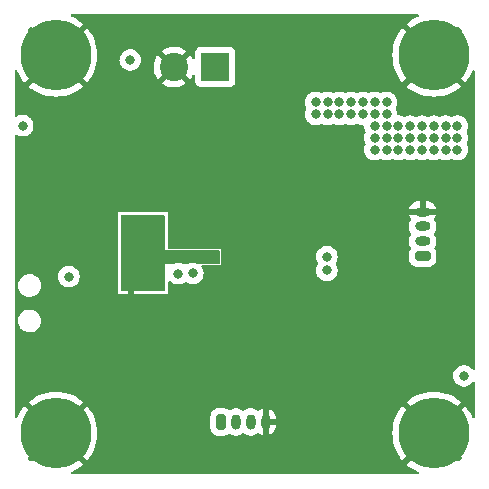
<source format=gbr>
%TF.GenerationSoftware,KiCad,Pcbnew,(6.0.0-rc1-124-g18b4ebcc17)*%
%TF.CreationDate,2021-11-25T20:10:52+05:30*%
%TF.ProjectId,Europa,4575726f-7061-42e6-9b69-6361645f7063,rev?*%
%TF.SameCoordinates,Original*%
%TF.FileFunction,Copper,L2,Inr*%
%TF.FilePolarity,Positive*%
%FSLAX46Y46*%
G04 Gerber Fmt 4.6, Leading zero omitted, Abs format (unit mm)*
G04 Created by KiCad (PCBNEW (6.0.0-rc1-124-g18b4ebcc17)) date 2021-11-25 20:10:52*
%MOMM*%
%LPD*%
G01*
G04 APERTURE LIST*
G04 Aperture macros list*
%AMRoundRect*
0 Rectangle with rounded corners*
0 $1 Rounding radius*
0 $2 $3 $4 $5 $6 $7 $8 $9 X,Y pos of 4 corners*
0 Add a 4 corners polygon primitive as box body*
4,1,4,$2,$3,$4,$5,$6,$7,$8,$9,$2,$3,0*
0 Add four circle primitives for the rounded corners*
1,1,$1+$1,$2,$3*
1,1,$1+$1,$4,$5*
1,1,$1+$1,$6,$7*
1,1,$1+$1,$8,$9*
0 Add four rect primitives between the rounded corners*
20,1,$1+$1,$2,$3,$4,$5,0*
20,1,$1+$1,$4,$5,$6,$7,0*
20,1,$1+$1,$6,$7,$8,$9,0*
20,1,$1+$1,$8,$9,$2,$3,0*%
G04 Aperture macros list end*
%TA.AperFunction,ComponentPad*%
%ADD10C,0.800000*%
%TD*%
%TA.AperFunction,ComponentPad*%
%ADD11C,6.000000*%
%TD*%
%TA.AperFunction,ComponentPad*%
%ADD12RoundRect,0.200000X-0.200000X-0.450000X0.200000X-0.450000X0.200000X0.450000X-0.200000X0.450000X0*%
%TD*%
%TA.AperFunction,ComponentPad*%
%ADD13O,0.800000X1.300000*%
%TD*%
%TA.AperFunction,ComponentPad*%
%ADD14R,2.400000X2.400000*%
%TD*%
%TA.AperFunction,ComponentPad*%
%ADD15C,2.400000*%
%TD*%
%TA.AperFunction,ComponentPad*%
%ADD16RoundRect,0.200000X0.450000X-0.200000X0.450000X0.200000X-0.450000X0.200000X-0.450000X-0.200000X0*%
%TD*%
%TA.AperFunction,ComponentPad*%
%ADD17O,1.300000X0.800000*%
%TD*%
%TA.AperFunction,ViaPad*%
%ADD18C,0.800000*%
%TD*%
%TA.AperFunction,Conductor*%
%ADD19C,0.500000*%
%TD*%
G04 APERTURE END LIST*
D10*
%TO.N,GND*%
%TO.C,H1*%
X36250000Y-34000000D03*
X31750000Y-34000000D03*
X35590990Y-32409010D03*
X35590990Y-35590990D03*
X32409010Y-32409010D03*
X32409010Y-35590990D03*
X34000000Y-36250000D03*
D11*
X34000000Y-34000000D03*
D10*
X34000000Y-31750000D03*
%TD*%
%TO.N,GND*%
%TO.C,H2*%
X35590990Y-67590990D03*
X31750000Y-66000000D03*
X32409010Y-64409010D03*
D11*
X34000000Y-66000000D03*
D10*
X32409010Y-67590990D03*
X34000000Y-63750000D03*
X36250000Y-66000000D03*
X35590990Y-64409010D03*
X34000000Y-68250000D03*
%TD*%
%TO.N,GND*%
%TO.C,H3*%
X66000000Y-63750000D03*
X67590990Y-64409010D03*
X68250000Y-66000000D03*
X63750000Y-66000000D03*
X67590990Y-67590990D03*
X64409010Y-67590990D03*
X66000000Y-68250000D03*
X64409010Y-64409010D03*
D11*
X66000000Y-66000000D03*
%TD*%
D10*
%TO.N,GND*%
%TO.C,H4*%
X67590990Y-32409010D03*
X67590990Y-35590990D03*
X66000000Y-31750000D03*
X64409010Y-35590990D03*
X66000000Y-36250000D03*
X64409010Y-32409010D03*
X63750000Y-34000000D03*
D11*
X66000000Y-34000000D03*
D10*
X68250000Y-34000000D03*
%TD*%
D12*
%TO.N,+3V3*%
%TO.C,J4*%
X48000000Y-65050000D03*
D13*
%TO.N,USART1_RX*%
X49250000Y-65050000D03*
%TO.N,USART1_TX*%
X50500000Y-65050000D03*
%TO.N,GND*%
X51750000Y-65050000D03*
%TD*%
D14*
%TO.N,Net-(F1-Pad2)*%
%TO.C,J1*%
X47500000Y-35000000D03*
D15*
%TO.N,GND*%
X44000000Y-35000000D03*
%TD*%
D16*
%TO.N,+3V3*%
%TO.C,J2*%
X65050000Y-51000000D03*
D17*
%TO.N,I2C1_SCL*%
X65050000Y-49750000D03*
%TO.N,I2C1_SDA*%
X65050000Y-48500000D03*
%TO.N,GND*%
X65050000Y-47250000D03*
%TD*%
D18*
%TO.N,+3V3*%
X40300000Y-34400000D03*
X45600000Y-52475000D03*
X44350000Y-52500000D03*
X56950000Y-52225000D03*
X56950000Y-51050000D03*
X35100000Y-52750000D03*
X31190000Y-39960000D03*
X68550000Y-61150000D03*
X61000000Y-41000000D03*
X67000000Y-42000000D03*
X68000000Y-42000000D03*
X61000000Y-39000000D03*
X66000000Y-42000000D03*
X56000000Y-39000000D03*
X62000000Y-38000000D03*
X63000000Y-41000000D03*
X59000000Y-39000000D03*
X59000000Y-38000000D03*
X60000000Y-39000000D03*
X63000000Y-42000000D03*
X65000000Y-40000000D03*
X61000000Y-40000000D03*
X60000000Y-38000000D03*
X62000000Y-40000000D03*
X57000000Y-38000000D03*
X61000000Y-38000000D03*
X56000000Y-38000000D03*
X64000000Y-42000000D03*
X66000000Y-41000000D03*
X68000000Y-40000000D03*
X63000000Y-40000000D03*
X67000000Y-41000000D03*
X57000000Y-39000000D03*
X65000000Y-41000000D03*
X62000000Y-39000000D03*
X64000000Y-40000000D03*
X68000000Y-41000000D03*
X65000000Y-42000000D03*
X61000000Y-42000000D03*
X67000000Y-40000000D03*
X58000000Y-39000000D03*
X62000000Y-41000000D03*
X64000000Y-41000000D03*
X62000000Y-42000000D03*
X66000000Y-40000000D03*
X58000000Y-38000000D03*
%TO.N,GND*%
X40400000Y-53350000D03*
X56950000Y-53775000D03*
X43175000Y-55225000D03*
X44350000Y-56375000D03*
X60000000Y-55000000D03*
X62500000Y-55000000D03*
X65000000Y-55000000D03*
X67500000Y-55000000D03*
X62500000Y-52500000D03*
X60000000Y-52500000D03*
X35050000Y-57250000D03*
X31190000Y-45040000D03*
X31200000Y-42500000D03*
X31200000Y-41225000D03*
X37500000Y-60000000D03*
X55000000Y-67500000D03*
X40000000Y-37500000D03*
X57500000Y-45000000D03*
X62500000Y-62500000D03*
X42500000Y-60000000D03*
X35000000Y-50000000D03*
X32500000Y-47500000D03*
X40000000Y-60000000D03*
X35000000Y-60000000D03*
X47500000Y-60000000D03*
X60000000Y-65000000D03*
X60000000Y-47500000D03*
X42500000Y-65000000D03*
X57500000Y-67500000D03*
X57500000Y-65000000D03*
X45000000Y-67500000D03*
X50000000Y-47500000D03*
X42500000Y-57500000D03*
X37500000Y-37500000D03*
X40000000Y-62500000D03*
X60000000Y-45000000D03*
X42500000Y-62500000D03*
X40000000Y-65000000D03*
X40000000Y-57500000D03*
X42500000Y-48050000D03*
X55775000Y-54925000D03*
X57500000Y-62500000D03*
X55000000Y-62500000D03*
X32500000Y-60000000D03*
X37500000Y-57500000D03*
X62500000Y-45000000D03*
X60000000Y-62500000D03*
X57500000Y-47500000D03*
X42500000Y-67500000D03*
X37500000Y-62500000D03*
X60000000Y-67500000D03*
X50000000Y-45000000D03*
X45000000Y-47500000D03*
X52500000Y-62500000D03*
X42500000Y-40000000D03*
X55000000Y-65000000D03*
%TD*%
D19*
%TO.N,GND*%
X40400000Y-53350000D02*
X40400000Y-54420000D01*
%TD*%
%TA.AperFunction,Conductor*%
%TO.N,GND*%
G36*
X64696436Y-30528002D02*
G01*
X64742929Y-30581658D01*
X64753033Y-30651932D01*
X64723539Y-30716512D01*
X64673469Y-30751631D01*
X64574292Y-30789701D01*
X64568275Y-30792380D01*
X64246532Y-30956317D01*
X64240823Y-30959613D01*
X63937984Y-31156279D01*
X63932662Y-31160146D01*
X63718366Y-31333678D01*
X63709900Y-31345933D01*
X63716234Y-31357024D01*
X68642110Y-36282900D01*
X68655186Y-36290040D01*
X68665554Y-36282582D01*
X68839854Y-36067338D01*
X68843721Y-36062016D01*
X69040387Y-35759177D01*
X69043683Y-35753468D01*
X69207620Y-35431725D01*
X69210299Y-35425708D01*
X69248369Y-35326531D01*
X69291455Y-35270103D01*
X69358208Y-35245926D01*
X69427435Y-35261677D01*
X69477157Y-35312355D01*
X69492000Y-35371685D01*
X69492000Y-60510225D01*
X69471998Y-60578346D01*
X69418342Y-60624839D01*
X69348068Y-60634943D01*
X69283488Y-60605449D01*
X69272369Y-60594541D01*
X69161253Y-60471134D01*
X69006752Y-60358882D01*
X69000724Y-60356198D01*
X69000722Y-60356197D01*
X68838319Y-60283891D01*
X68838318Y-60283891D01*
X68832288Y-60281206D01*
X68738888Y-60261353D01*
X68651944Y-60242872D01*
X68651939Y-60242872D01*
X68645487Y-60241500D01*
X68454513Y-60241500D01*
X68448061Y-60242872D01*
X68448056Y-60242872D01*
X68361112Y-60261353D01*
X68267712Y-60281206D01*
X68261682Y-60283891D01*
X68261681Y-60283891D01*
X68099278Y-60356197D01*
X68099276Y-60356198D01*
X68093248Y-60358882D01*
X67938747Y-60471134D01*
X67810960Y-60613056D01*
X67715473Y-60778444D01*
X67656458Y-60960072D01*
X67636496Y-61150000D01*
X67656458Y-61339928D01*
X67715473Y-61521556D01*
X67810960Y-61686944D01*
X67938747Y-61828866D01*
X68093248Y-61941118D01*
X68099276Y-61943802D01*
X68099278Y-61943803D01*
X68261681Y-62016109D01*
X68267712Y-62018794D01*
X68361112Y-62038647D01*
X68448056Y-62057128D01*
X68448061Y-62057128D01*
X68454513Y-62058500D01*
X68645487Y-62058500D01*
X68651939Y-62057128D01*
X68651944Y-62057128D01*
X68738888Y-62038647D01*
X68832288Y-62018794D01*
X68838319Y-62016109D01*
X69000722Y-61943803D01*
X69000724Y-61943802D01*
X69006752Y-61941118D01*
X69161253Y-61828866D01*
X69272365Y-61705463D01*
X69332810Y-61668225D01*
X69403794Y-61669577D01*
X69462778Y-61709091D01*
X69491036Y-61774221D01*
X69492000Y-61789775D01*
X69492000Y-64628315D01*
X69471998Y-64696436D01*
X69418342Y-64742929D01*
X69348068Y-64753033D01*
X69283488Y-64723539D01*
X69248369Y-64673469D01*
X69210299Y-64574292D01*
X69207620Y-64568275D01*
X69043683Y-64246532D01*
X69040387Y-64240823D01*
X68843721Y-63937984D01*
X68839854Y-63932662D01*
X68666322Y-63718366D01*
X68654067Y-63709900D01*
X68642976Y-63716234D01*
X63717100Y-68642110D01*
X63709960Y-68655186D01*
X63717418Y-68665554D01*
X63932662Y-68839854D01*
X63937984Y-68843721D01*
X64240823Y-69040387D01*
X64246532Y-69043683D01*
X64568275Y-69207620D01*
X64574292Y-69210299D01*
X64673469Y-69248369D01*
X64729897Y-69291455D01*
X64754074Y-69358208D01*
X64738323Y-69427435D01*
X64687645Y-69477157D01*
X64628315Y-69492000D01*
X35371685Y-69492000D01*
X35303564Y-69471998D01*
X35257071Y-69418342D01*
X35246967Y-69348068D01*
X35276461Y-69283488D01*
X35326531Y-69248369D01*
X35425708Y-69210299D01*
X35431725Y-69207620D01*
X35753468Y-69043683D01*
X35759177Y-69040387D01*
X36062016Y-68843721D01*
X36067338Y-68839854D01*
X36281634Y-68666322D01*
X36290100Y-68654067D01*
X36283766Y-68642976D01*
X33641922Y-66001132D01*
X34364408Y-66001132D01*
X34364539Y-66002965D01*
X34368790Y-66009580D01*
X36642110Y-68282900D01*
X36655186Y-68290040D01*
X36665554Y-68282582D01*
X36839854Y-68067338D01*
X36843721Y-68062016D01*
X37040387Y-67759177D01*
X37043683Y-67753468D01*
X37207620Y-67431725D01*
X37210296Y-67425714D01*
X37339700Y-67088605D01*
X37341740Y-67082328D01*
X37435198Y-66733537D01*
X37436567Y-66727099D01*
X37493055Y-66370440D01*
X37493743Y-66363896D01*
X37512641Y-66003301D01*
X37512641Y-65996699D01*
X37493743Y-65636104D01*
X37493055Y-65629560D01*
X37436567Y-65272901D01*
X37435198Y-65266463D01*
X37341740Y-64917672D01*
X37339700Y-64911395D01*
X37210296Y-64574286D01*
X37207620Y-64568275D01*
X37194928Y-64543365D01*
X47091500Y-64543365D01*
X47091501Y-65556634D01*
X47098247Y-65630062D01*
X47100246Y-65636440D01*
X47100246Y-65636441D01*
X47111251Y-65671556D01*
X47149528Y-65793699D01*
X47238361Y-65940381D01*
X47359619Y-66061639D01*
X47506301Y-66150472D01*
X47513548Y-66152743D01*
X47513550Y-66152744D01*
X47556198Y-66166109D01*
X47669938Y-66201753D01*
X47743365Y-66208500D01*
X47746263Y-66208500D01*
X48000665Y-66208499D01*
X48256634Y-66208499D01*
X48259492Y-66208236D01*
X48259501Y-66208236D01*
X48295004Y-66204974D01*
X48330062Y-66201753D01*
X48336447Y-66199752D01*
X48486450Y-66152744D01*
X48486452Y-66152743D01*
X48493699Y-66150472D01*
X48630018Y-66067915D01*
X48698648Y-66049736D01*
X48769350Y-66073755D01*
X48787308Y-66086802D01*
X48793248Y-66091118D01*
X48799276Y-66093802D01*
X48799278Y-66093803D01*
X48946844Y-66159503D01*
X48967712Y-66168794D01*
X49061113Y-66188647D01*
X49148056Y-66207128D01*
X49148061Y-66207128D01*
X49154513Y-66208500D01*
X49345487Y-66208500D01*
X49351939Y-66207128D01*
X49351944Y-66207128D01*
X49438887Y-66188647D01*
X49532288Y-66168794D01*
X49553156Y-66159503D01*
X49700722Y-66093803D01*
X49700724Y-66093802D01*
X49706752Y-66091118D01*
X49712693Y-66086802D01*
X49800939Y-66022687D01*
X49867807Y-65998828D01*
X49936958Y-66014909D01*
X49949061Y-66022687D01*
X50037308Y-66086802D01*
X50043248Y-66091118D01*
X50049276Y-66093802D01*
X50049278Y-66093803D01*
X50196844Y-66159503D01*
X50217712Y-66168794D01*
X50311113Y-66188647D01*
X50398056Y-66207128D01*
X50398061Y-66207128D01*
X50404513Y-66208500D01*
X50595487Y-66208500D01*
X50601939Y-66207128D01*
X50601944Y-66207128D01*
X50688887Y-66188647D01*
X50782288Y-66168794D01*
X50803156Y-66159503D01*
X50950722Y-66093803D01*
X50950724Y-66093802D01*
X50956752Y-66091118D01*
X51051366Y-66022377D01*
X51118230Y-65998520D01*
X51187382Y-66014600D01*
X51199485Y-66022378D01*
X51288157Y-66086802D01*
X51299529Y-66093368D01*
X51461839Y-66165633D01*
X51474325Y-66169690D01*
X51478278Y-66170530D01*
X51492341Y-66169457D01*
X51496000Y-66159503D01*
X51496000Y-66156182D01*
X52004000Y-66156182D01*
X52007973Y-66169713D01*
X52018468Y-66171222D01*
X52025675Y-66169690D01*
X52038161Y-66165633D01*
X52200471Y-66093368D01*
X52211843Y-66086802D01*
X52326773Y-66003301D01*
X62487359Y-66003301D01*
X62506257Y-66363896D01*
X62506945Y-66370440D01*
X62563433Y-66727099D01*
X62564802Y-66733537D01*
X62658260Y-67082328D01*
X62660300Y-67088605D01*
X62789704Y-67425714D01*
X62792380Y-67431725D01*
X62956317Y-67753468D01*
X62959613Y-67759177D01*
X63156279Y-68062016D01*
X63160146Y-68067338D01*
X63333678Y-68281634D01*
X63345933Y-68290100D01*
X63357024Y-68283766D01*
X65627978Y-66012812D01*
X65635592Y-65998868D01*
X65635461Y-65997035D01*
X65631210Y-65990420D01*
X63357890Y-63717100D01*
X63344814Y-63709960D01*
X63334446Y-63717418D01*
X63160146Y-63932662D01*
X63156279Y-63937984D01*
X62959613Y-64240823D01*
X62956317Y-64246532D01*
X62792380Y-64568275D01*
X62789704Y-64574286D01*
X62660300Y-64911395D01*
X62658260Y-64917672D01*
X62564802Y-65266463D01*
X62563433Y-65272901D01*
X62506945Y-65629560D01*
X62506257Y-65636104D01*
X62487359Y-65996699D01*
X62487359Y-66003301D01*
X52326773Y-66003301D01*
X52355574Y-65982376D01*
X52365337Y-65973585D01*
X52484214Y-65841558D01*
X52491938Y-65830927D01*
X52580765Y-65677074D01*
X52586111Y-65665066D01*
X52641011Y-65496102D01*
X52643741Y-65483261D01*
X52657656Y-65350862D01*
X52658000Y-65344302D01*
X52658000Y-65322115D01*
X52653525Y-65306876D01*
X52652135Y-65305671D01*
X52644452Y-65304000D01*
X52022115Y-65304000D01*
X52006876Y-65308475D01*
X52005671Y-65309865D01*
X52004000Y-65317548D01*
X52004000Y-66156182D01*
X51496000Y-66156182D01*
X51496000Y-64777885D01*
X52004000Y-64777885D01*
X52008475Y-64793124D01*
X52009865Y-64794329D01*
X52017548Y-64796000D01*
X52639885Y-64796000D01*
X52655124Y-64791525D01*
X52656329Y-64790135D01*
X52658000Y-64782452D01*
X52658000Y-64755698D01*
X52657656Y-64749138D01*
X52643741Y-64616739D01*
X52641011Y-64603898D01*
X52586111Y-64434934D01*
X52580765Y-64422926D01*
X52491938Y-64269073D01*
X52484214Y-64258442D01*
X52365337Y-64126415D01*
X52355574Y-64117624D01*
X52211843Y-64013198D01*
X52200471Y-64006632D01*
X52038161Y-63934367D01*
X52025675Y-63930310D01*
X52021722Y-63929470D01*
X52007659Y-63930543D01*
X52004000Y-63940497D01*
X52004000Y-64777885D01*
X51496000Y-64777885D01*
X51496000Y-63943818D01*
X51492027Y-63930287D01*
X51481532Y-63928778D01*
X51474325Y-63930310D01*
X51461839Y-63934367D01*
X51299529Y-64006632D01*
X51288157Y-64013198D01*
X51199485Y-64077622D01*
X51132617Y-64101481D01*
X51063466Y-64085400D01*
X51051380Y-64077634D01*
X50956752Y-64008882D01*
X50950724Y-64006198D01*
X50950722Y-64006197D01*
X50788319Y-63933891D01*
X50788318Y-63933891D01*
X50782288Y-63931206D01*
X50688888Y-63911353D01*
X50601944Y-63892872D01*
X50601939Y-63892872D01*
X50595487Y-63891500D01*
X50404513Y-63891500D01*
X50398061Y-63892872D01*
X50398056Y-63892872D01*
X50311112Y-63911353D01*
X50217712Y-63931206D01*
X50211682Y-63933891D01*
X50211681Y-63933891D01*
X50049278Y-64006197D01*
X50049276Y-64006198D01*
X50043248Y-64008882D01*
X50037907Y-64012762D01*
X50037906Y-64012763D01*
X49949061Y-64077313D01*
X49882193Y-64101172D01*
X49813042Y-64085091D01*
X49800939Y-64077313D01*
X49712094Y-64012763D01*
X49712093Y-64012762D01*
X49706752Y-64008882D01*
X49700724Y-64006198D01*
X49700722Y-64006197D01*
X49538319Y-63933891D01*
X49538318Y-63933891D01*
X49532288Y-63931206D01*
X49438888Y-63911353D01*
X49351944Y-63892872D01*
X49351939Y-63892872D01*
X49345487Y-63891500D01*
X49154513Y-63891500D01*
X49148061Y-63892872D01*
X49148056Y-63892872D01*
X49061112Y-63911353D01*
X48967712Y-63931206D01*
X48961682Y-63933891D01*
X48961681Y-63933891D01*
X48799278Y-64006197D01*
X48799276Y-64006198D01*
X48793248Y-64008882D01*
X48787908Y-64012762D01*
X48787906Y-64012763D01*
X48769350Y-64026245D01*
X48702482Y-64050103D01*
X48630018Y-64032085D01*
X48620375Y-64026245D01*
X48493699Y-63949528D01*
X48486452Y-63947257D01*
X48486450Y-63947256D01*
X48420164Y-63926483D01*
X48330062Y-63898247D01*
X48256635Y-63891500D01*
X48253737Y-63891500D01*
X47999335Y-63891501D01*
X47743366Y-63891501D01*
X47740508Y-63891764D01*
X47740499Y-63891764D01*
X47704996Y-63895026D01*
X47669938Y-63898247D01*
X47663560Y-63900246D01*
X47663559Y-63900246D01*
X47513550Y-63947256D01*
X47513548Y-63947257D01*
X47506301Y-63949528D01*
X47359619Y-64038361D01*
X47238361Y-64159619D01*
X47149528Y-64306301D01*
X47098247Y-64469938D01*
X47091500Y-64543365D01*
X37194928Y-64543365D01*
X37043683Y-64246532D01*
X37040387Y-64240823D01*
X36843721Y-63937984D01*
X36839854Y-63932662D01*
X36666322Y-63718366D01*
X36654067Y-63709900D01*
X36642976Y-63716234D01*
X34372022Y-65987188D01*
X34364408Y-66001132D01*
X33641922Y-66001132D01*
X31357890Y-63717100D01*
X31344814Y-63709960D01*
X31334446Y-63717418D01*
X31160146Y-63932662D01*
X31156279Y-63937984D01*
X30959613Y-64240823D01*
X30956317Y-64246532D01*
X30792380Y-64568275D01*
X30789701Y-64574292D01*
X30751631Y-64673469D01*
X30708545Y-64729897D01*
X30641792Y-64754074D01*
X30572565Y-64738323D01*
X30522843Y-64687645D01*
X30508000Y-64628315D01*
X30508000Y-63345933D01*
X31709900Y-63345933D01*
X31716234Y-63357024D01*
X33987188Y-65627978D01*
X34001132Y-65635592D01*
X34002965Y-65635461D01*
X34009580Y-65631210D01*
X36282900Y-63357890D01*
X36289429Y-63345933D01*
X63709900Y-63345933D01*
X63716234Y-63357024D01*
X65987188Y-65627978D01*
X66001132Y-65635592D01*
X66002965Y-65635461D01*
X66009580Y-65631210D01*
X68282900Y-63357890D01*
X68290040Y-63344814D01*
X68282582Y-63334446D01*
X68067338Y-63160146D01*
X68062016Y-63156279D01*
X67759177Y-62959613D01*
X67753468Y-62956317D01*
X67431725Y-62792380D01*
X67425714Y-62789704D01*
X67088605Y-62660300D01*
X67082328Y-62658260D01*
X66733537Y-62564802D01*
X66727099Y-62563433D01*
X66370440Y-62506945D01*
X66363896Y-62506257D01*
X66003301Y-62487359D01*
X65996699Y-62487359D01*
X65636104Y-62506257D01*
X65629560Y-62506945D01*
X65272901Y-62563433D01*
X65266463Y-62564802D01*
X64917672Y-62658260D01*
X64911395Y-62660300D01*
X64574286Y-62789704D01*
X64568275Y-62792380D01*
X64246532Y-62956317D01*
X64240823Y-62959613D01*
X63937984Y-63156279D01*
X63932662Y-63160146D01*
X63718366Y-63333678D01*
X63709900Y-63345933D01*
X36289429Y-63345933D01*
X36290040Y-63344814D01*
X36282582Y-63334446D01*
X36067338Y-63160146D01*
X36062016Y-63156279D01*
X35759177Y-62959613D01*
X35753468Y-62956317D01*
X35431725Y-62792380D01*
X35425714Y-62789704D01*
X35088605Y-62660300D01*
X35082328Y-62658260D01*
X34733537Y-62564802D01*
X34727099Y-62563433D01*
X34370440Y-62506945D01*
X34363896Y-62506257D01*
X34003301Y-62487359D01*
X33996699Y-62487359D01*
X33636104Y-62506257D01*
X33629560Y-62506945D01*
X33272901Y-62563433D01*
X33266463Y-62564802D01*
X32917672Y-62658260D01*
X32911395Y-62660300D01*
X32574286Y-62789704D01*
X32568275Y-62792380D01*
X32246532Y-62956317D01*
X32240823Y-62959613D01*
X31937984Y-63156279D01*
X31932662Y-63160146D01*
X31718366Y-63333678D01*
X31709900Y-63345933D01*
X30508000Y-63345933D01*
X30508000Y-56486552D01*
X30806956Y-56486552D01*
X30822685Y-56673865D01*
X30874497Y-56854555D01*
X30877312Y-56860032D01*
X30877313Y-56860035D01*
X30957603Y-57016263D01*
X30960418Y-57021740D01*
X30964241Y-57026564D01*
X30964244Y-57026568D01*
X30990625Y-57059852D01*
X31077177Y-57169052D01*
X31220324Y-57290880D01*
X31225702Y-57293886D01*
X31225704Y-57293887D01*
X31302367Y-57336732D01*
X31384409Y-57382584D01*
X31563180Y-57440670D01*
X31749830Y-57462927D01*
X31755965Y-57462455D01*
X31755967Y-57462455D01*
X31931105Y-57448979D01*
X31931109Y-57448978D01*
X31937247Y-57448506D01*
X32022378Y-57424737D01*
X32112350Y-57399616D01*
X32112353Y-57399615D01*
X32118294Y-57397956D01*
X32123798Y-57395176D01*
X32123800Y-57395175D01*
X32280574Y-57315983D01*
X32280576Y-57315982D01*
X32286075Y-57313204D01*
X32434199Y-57197477D01*
X32438225Y-57192813D01*
X32552994Y-57059852D01*
X32552995Y-57059850D01*
X32557023Y-57055184D01*
X32649870Y-56891744D01*
X32709203Y-56713382D01*
X32732762Y-56526892D01*
X32733138Y-56500000D01*
X32714795Y-56312926D01*
X32660465Y-56132977D01*
X32572218Y-55967008D01*
X32453415Y-55821340D01*
X32399603Y-55776823D01*
X32313329Y-55705450D01*
X32313324Y-55705447D01*
X32308580Y-55701522D01*
X32303161Y-55698592D01*
X32303158Y-55698590D01*
X32233671Y-55661019D01*
X32143231Y-55612119D01*
X31963666Y-55556534D01*
X31957541Y-55555890D01*
X31957540Y-55555890D01*
X31782852Y-55537529D01*
X31782851Y-55537529D01*
X31776724Y-55536885D01*
X31699673Y-55543897D01*
X31595665Y-55553363D01*
X31595662Y-55553364D01*
X31589526Y-55553922D01*
X31583620Y-55555660D01*
X31583616Y-55555661D01*
X31450278Y-55594905D01*
X31409202Y-55606994D01*
X31242621Y-55694080D01*
X31096128Y-55811864D01*
X31092170Y-55816582D01*
X31092167Y-55816584D01*
X31004797Y-55920708D01*
X30975302Y-55955859D01*
X30972338Y-55961251D01*
X30972335Y-55961255D01*
X30966176Y-55972459D01*
X30884746Y-56120580D01*
X30827909Y-56299752D01*
X30806956Y-56486552D01*
X30508000Y-56486552D01*
X30508000Y-53486552D01*
X30806956Y-53486552D01*
X30807472Y-53492696D01*
X30821395Y-53658500D01*
X30822685Y-53673865D01*
X30874497Y-53854555D01*
X30877312Y-53860032D01*
X30877313Y-53860035D01*
X30957603Y-54016263D01*
X30960418Y-54021740D01*
X30964241Y-54026564D01*
X30964244Y-54026568D01*
X30990625Y-54059852D01*
X31077177Y-54169052D01*
X31220324Y-54290880D01*
X31225702Y-54293886D01*
X31225704Y-54293887D01*
X31302367Y-54336732D01*
X31384409Y-54382584D01*
X31563180Y-54440670D01*
X31749830Y-54462927D01*
X31755965Y-54462455D01*
X31755967Y-54462455D01*
X31931105Y-54448979D01*
X31931109Y-54448978D01*
X31937247Y-54448506D01*
X32022378Y-54424737D01*
X32112350Y-54399616D01*
X32112353Y-54399615D01*
X32118294Y-54397956D01*
X32123798Y-54395176D01*
X32123800Y-54395175D01*
X32280574Y-54315983D01*
X32280576Y-54315982D01*
X32286075Y-54313204D01*
X32366973Y-54250000D01*
X39250000Y-54250000D01*
X43500000Y-54250000D01*
X43500000Y-53241951D01*
X43520002Y-53173830D01*
X43573658Y-53127337D01*
X43643932Y-53117233D01*
X43708512Y-53146727D01*
X43719636Y-53157641D01*
X43734213Y-53173830D01*
X43738747Y-53178866D01*
X43825576Y-53241951D01*
X43858839Y-53266118D01*
X43893248Y-53291118D01*
X43899276Y-53293802D01*
X43899278Y-53293803D01*
X44014642Y-53345166D01*
X44067712Y-53368794D01*
X44161112Y-53388647D01*
X44248056Y-53407128D01*
X44248061Y-53407128D01*
X44254513Y-53408500D01*
X44445487Y-53408500D01*
X44451939Y-53407128D01*
X44451944Y-53407128D01*
X44538888Y-53388647D01*
X44632288Y-53368794D01*
X44685358Y-53345166D01*
X44800722Y-53293803D01*
X44800724Y-53293802D01*
X44806752Y-53291118D01*
X44837466Y-53268803D01*
X44918144Y-53210187D01*
X44985012Y-53186328D01*
X45054163Y-53202409D01*
X45066265Y-53210186D01*
X45143248Y-53266118D01*
X45149276Y-53268802D01*
X45149278Y-53268803D01*
X45248381Y-53312926D01*
X45317712Y-53343794D01*
X45411113Y-53363647D01*
X45498056Y-53382128D01*
X45498061Y-53382128D01*
X45504513Y-53383500D01*
X45695487Y-53383500D01*
X45701939Y-53382128D01*
X45701944Y-53382128D01*
X45788887Y-53363647D01*
X45882288Y-53343794D01*
X45951619Y-53312926D01*
X46050722Y-53268803D01*
X46050724Y-53268802D01*
X46056752Y-53266118D01*
X46211253Y-53153866D01*
X46241224Y-53120580D01*
X46334621Y-53016852D01*
X46334622Y-53016851D01*
X46339040Y-53011944D01*
X46434527Y-52846556D01*
X46493542Y-52664928D01*
X46499093Y-52612119D01*
X46512814Y-52481565D01*
X46513504Y-52475000D01*
X46507190Y-52414928D01*
X46494232Y-52291635D01*
X46494232Y-52291633D01*
X46493542Y-52285072D01*
X46474023Y-52225000D01*
X56036496Y-52225000D01*
X56037186Y-52231565D01*
X56043500Y-52291635D01*
X56056458Y-52414928D01*
X56115473Y-52596556D01*
X56118776Y-52602278D01*
X56118777Y-52602279D01*
X56151159Y-52658365D01*
X56210960Y-52761944D01*
X56338747Y-52903866D01*
X56493248Y-53016118D01*
X56499276Y-53018802D01*
X56499278Y-53018803D01*
X56540024Y-53036944D01*
X56667712Y-53093794D01*
X56761112Y-53113647D01*
X56848056Y-53132128D01*
X56848061Y-53132128D01*
X56854513Y-53133500D01*
X57045487Y-53133500D01*
X57051939Y-53132128D01*
X57051944Y-53132128D01*
X57138887Y-53113647D01*
X57232288Y-53093794D01*
X57359976Y-53036944D01*
X57400722Y-53018803D01*
X57400724Y-53018802D01*
X57406752Y-53016118D01*
X57561253Y-52903866D01*
X57689040Y-52761944D01*
X57748841Y-52658365D01*
X57781223Y-52602279D01*
X57781224Y-52602278D01*
X57784527Y-52596556D01*
X57843542Y-52414928D01*
X57856501Y-52291635D01*
X57862814Y-52231565D01*
X57863504Y-52225000D01*
X57850127Y-52097721D01*
X57844232Y-52041635D01*
X57844232Y-52041633D01*
X57843542Y-52035072D01*
X57784527Y-51853444D01*
X57751439Y-51796134D01*
X57696225Y-51700500D01*
X57679487Y-51631505D01*
X57696225Y-51574500D01*
X57781223Y-51427279D01*
X57781224Y-51427278D01*
X57784527Y-51421556D01*
X57843542Y-51239928D01*
X57863504Y-51050000D01*
X57843542Y-50860072D01*
X57805621Y-50743365D01*
X63891500Y-50743365D01*
X63891501Y-51256634D01*
X63891764Y-51259492D01*
X63891764Y-51259501D01*
X63895026Y-51295004D01*
X63898247Y-51330062D01*
X63900246Y-51336440D01*
X63900246Y-51336441D01*
X63926920Y-51421556D01*
X63949528Y-51493699D01*
X64038361Y-51640381D01*
X64159619Y-51761639D01*
X64306301Y-51850472D01*
X64313548Y-51852743D01*
X64313550Y-51852744D01*
X64379836Y-51873517D01*
X64469938Y-51901753D01*
X64543365Y-51908500D01*
X64546263Y-51908500D01*
X65051314Y-51908499D01*
X65556634Y-51908499D01*
X65559492Y-51908236D01*
X65559501Y-51908236D01*
X65595004Y-51904974D01*
X65630062Y-51901753D01*
X65636447Y-51899752D01*
X65786450Y-51852744D01*
X65786452Y-51852743D01*
X65793699Y-51850472D01*
X65940381Y-51761639D01*
X66061639Y-51640381D01*
X66150472Y-51493699D01*
X66201753Y-51330062D01*
X66208500Y-51256635D01*
X66208499Y-50743366D01*
X66208234Y-50740474D01*
X66202364Y-50676592D01*
X66201753Y-50669938D01*
X66150472Y-50506301D01*
X66067915Y-50369982D01*
X66049736Y-50301352D01*
X66073755Y-50230650D01*
X66087237Y-50212094D01*
X66087238Y-50212092D01*
X66091118Y-50206752D01*
X66101297Y-50183891D01*
X66166109Y-50038319D01*
X66166109Y-50038318D01*
X66168794Y-50032288D01*
X66208500Y-49845487D01*
X66208500Y-49654513D01*
X66168794Y-49467712D01*
X66091118Y-49293248D01*
X66022687Y-49199061D01*
X65998828Y-49132193D01*
X66014909Y-49063042D01*
X66022687Y-49050939D01*
X66087237Y-48962094D01*
X66087238Y-48962093D01*
X66091118Y-48956752D01*
X66168794Y-48782288D01*
X66208500Y-48595487D01*
X66208500Y-48404513D01*
X66168794Y-48217712D01*
X66091118Y-48043248D01*
X66022377Y-47948634D01*
X65998520Y-47881770D01*
X66014600Y-47812618D01*
X66022378Y-47800515D01*
X66086802Y-47711843D01*
X66093368Y-47700471D01*
X66165633Y-47538161D01*
X66169690Y-47525675D01*
X66170530Y-47521722D01*
X66169457Y-47507659D01*
X66159503Y-47504000D01*
X63943818Y-47504000D01*
X63930287Y-47507973D01*
X63928778Y-47518468D01*
X63930310Y-47525675D01*
X63934367Y-47538161D01*
X64006632Y-47700471D01*
X64013198Y-47711843D01*
X64077622Y-47800515D01*
X64101481Y-47867383D01*
X64085400Y-47936534D01*
X64077634Y-47948620D01*
X64008882Y-48043248D01*
X63931206Y-48217712D01*
X63891500Y-48404513D01*
X63891500Y-48595487D01*
X63931206Y-48782288D01*
X64008882Y-48956752D01*
X64012762Y-48962093D01*
X64012763Y-48962094D01*
X64077313Y-49050939D01*
X64101172Y-49117807D01*
X64085091Y-49186958D01*
X64077313Y-49199061D01*
X64008882Y-49293248D01*
X63931206Y-49467712D01*
X63891500Y-49654513D01*
X63891500Y-49845487D01*
X63931206Y-50032288D01*
X63933891Y-50038318D01*
X63933891Y-50038319D01*
X63998704Y-50183891D01*
X64008882Y-50206752D01*
X64012762Y-50212092D01*
X64012763Y-50212094D01*
X64026245Y-50230650D01*
X64050103Y-50297518D01*
X64032085Y-50369982D01*
X63949528Y-50506301D01*
X63898247Y-50669938D01*
X63891500Y-50743365D01*
X57805621Y-50743365D01*
X57784527Y-50678444D01*
X57689040Y-50513056D01*
X57561253Y-50371134D01*
X57406752Y-50258882D01*
X57400724Y-50256198D01*
X57400722Y-50256197D01*
X57238319Y-50183891D01*
X57238318Y-50183891D01*
X57232288Y-50181206D01*
X57138887Y-50161353D01*
X57051944Y-50142872D01*
X57051939Y-50142872D01*
X57045487Y-50141500D01*
X56854513Y-50141500D01*
X56848061Y-50142872D01*
X56848056Y-50142872D01*
X56761112Y-50161353D01*
X56667712Y-50181206D01*
X56661682Y-50183891D01*
X56661681Y-50183891D01*
X56499278Y-50256197D01*
X56499276Y-50256198D01*
X56493248Y-50258882D01*
X56338747Y-50371134D01*
X56210960Y-50513056D01*
X56115473Y-50678444D01*
X56056458Y-50860072D01*
X56036496Y-51050000D01*
X56056458Y-51239928D01*
X56115473Y-51421556D01*
X56118776Y-51427278D01*
X56118777Y-51427279D01*
X56203775Y-51574500D01*
X56220513Y-51643495D01*
X56203775Y-51700500D01*
X56148561Y-51796134D01*
X56115473Y-51853444D01*
X56056458Y-52035072D01*
X56055768Y-52041633D01*
X56055768Y-52041635D01*
X56049873Y-52097721D01*
X56036496Y-52225000D01*
X46474023Y-52225000D01*
X46434527Y-52103444D01*
X46398842Y-52041635D01*
X46339585Y-51939000D01*
X46322847Y-51870005D01*
X46346067Y-51802913D01*
X46401874Y-51759026D01*
X46448704Y-51750000D01*
X48000000Y-51750000D01*
X48000000Y-50400000D01*
X43626000Y-50400000D01*
X43557879Y-50379998D01*
X43511386Y-50326342D01*
X43500000Y-50274000D01*
X43500000Y-47250000D01*
X39250000Y-47250000D01*
X39250000Y-54250000D01*
X32366973Y-54250000D01*
X32434199Y-54197477D01*
X32438225Y-54192813D01*
X32552994Y-54059852D01*
X32552995Y-54059850D01*
X32557023Y-54055184D01*
X32649870Y-53891744D01*
X32709203Y-53713382D01*
X32732762Y-53526892D01*
X32733138Y-53500000D01*
X32714795Y-53312926D01*
X32709022Y-53293803D01*
X32667944Y-53157749D01*
X32660465Y-53132977D01*
X32572218Y-52967008D01*
X32453415Y-52821340D01*
X32367180Y-52750000D01*
X34186496Y-52750000D01*
X34187186Y-52756565D01*
X34202152Y-52898955D01*
X34206458Y-52939928D01*
X34265473Y-53121556D01*
X34268776Y-53127278D01*
X34268777Y-53127279D01*
X34281292Y-53148955D01*
X34360960Y-53286944D01*
X34488747Y-53428866D01*
X34568145Y-53486552D01*
X34623668Y-53526892D01*
X34643248Y-53541118D01*
X34649276Y-53543802D01*
X34649278Y-53543803D01*
X34811681Y-53616109D01*
X34817712Y-53618794D01*
X34911113Y-53638647D01*
X34998056Y-53657128D01*
X34998061Y-53657128D01*
X35004513Y-53658500D01*
X35195487Y-53658500D01*
X35201939Y-53657128D01*
X35201944Y-53657128D01*
X35288888Y-53638647D01*
X35382288Y-53618794D01*
X35388319Y-53616109D01*
X35550722Y-53543803D01*
X35550724Y-53543802D01*
X35556752Y-53541118D01*
X35576333Y-53526892D01*
X35631855Y-53486552D01*
X35711253Y-53428866D01*
X35839040Y-53286944D01*
X35918708Y-53148955D01*
X35931223Y-53127279D01*
X35931224Y-53127278D01*
X35934527Y-53121556D01*
X35993542Y-52939928D01*
X35997849Y-52898955D01*
X36012814Y-52756565D01*
X36013504Y-52750000D01*
X36003873Y-52658365D01*
X35994232Y-52566635D01*
X35994232Y-52566633D01*
X35993542Y-52560072D01*
X35934527Y-52378444D01*
X35839040Y-52213056D01*
X35711253Y-52071134D01*
X35556752Y-51958882D01*
X35550724Y-51956198D01*
X35550722Y-51956197D01*
X35388319Y-51883891D01*
X35388318Y-51883891D01*
X35382288Y-51881206D01*
X35281247Y-51859729D01*
X35201944Y-51842872D01*
X35201939Y-51842872D01*
X35195487Y-51841500D01*
X35004513Y-51841500D01*
X34998061Y-51842872D01*
X34998056Y-51842872D01*
X34918753Y-51859729D01*
X34817712Y-51881206D01*
X34811682Y-51883891D01*
X34811681Y-51883891D01*
X34649278Y-51956197D01*
X34649276Y-51956198D01*
X34643248Y-51958882D01*
X34488747Y-52071134D01*
X34360960Y-52213056D01*
X34265473Y-52378444D01*
X34206458Y-52560072D01*
X34205768Y-52566633D01*
X34205768Y-52566635D01*
X34196127Y-52658365D01*
X34186496Y-52750000D01*
X32367180Y-52750000D01*
X32359244Y-52743435D01*
X32313329Y-52705450D01*
X32313324Y-52705447D01*
X32308580Y-52701522D01*
X32303161Y-52698592D01*
X32303158Y-52698590D01*
X32228762Y-52658365D01*
X32143231Y-52612119D01*
X31963666Y-52556534D01*
X31957541Y-52555890D01*
X31957540Y-52555890D01*
X31782852Y-52537529D01*
X31782851Y-52537529D01*
X31776724Y-52536885D01*
X31699673Y-52543897D01*
X31595665Y-52553363D01*
X31595662Y-52553364D01*
X31589526Y-52553922D01*
X31583620Y-52555660D01*
X31583616Y-52555661D01*
X31466022Y-52590271D01*
X31409202Y-52606994D01*
X31242621Y-52694080D01*
X31096128Y-52811864D01*
X31092170Y-52816582D01*
X31092167Y-52816584D01*
X31023050Y-52898955D01*
X30975302Y-52955859D01*
X30972338Y-52961251D01*
X30972335Y-52961255D01*
X30944469Y-53011944D01*
X30884746Y-53120580D01*
X30882885Y-53126447D01*
X30882884Y-53126449D01*
X30875745Y-53148955D01*
X30827909Y-53299752D01*
X30806956Y-53486552D01*
X30508000Y-53486552D01*
X30508000Y-46978278D01*
X63929470Y-46978278D01*
X63930543Y-46992341D01*
X63940497Y-46996000D01*
X64777885Y-46996000D01*
X64793124Y-46991525D01*
X64794329Y-46990135D01*
X64796000Y-46982452D01*
X64796000Y-46977885D01*
X65304000Y-46977885D01*
X65308475Y-46993124D01*
X65309865Y-46994329D01*
X65317548Y-46996000D01*
X66156182Y-46996000D01*
X66169713Y-46992027D01*
X66171222Y-46981532D01*
X66169690Y-46974325D01*
X66165633Y-46961839D01*
X66093368Y-46799529D01*
X66086802Y-46788157D01*
X65982376Y-46644426D01*
X65973585Y-46634663D01*
X65841558Y-46515786D01*
X65830927Y-46508062D01*
X65677074Y-46419235D01*
X65665066Y-46413889D01*
X65496102Y-46358989D01*
X65483261Y-46356259D01*
X65350862Y-46342344D01*
X65344302Y-46342000D01*
X65322115Y-46342000D01*
X65306876Y-46346475D01*
X65305671Y-46347865D01*
X65304000Y-46355548D01*
X65304000Y-46977885D01*
X64796000Y-46977885D01*
X64796000Y-46360115D01*
X64791525Y-46344876D01*
X64790135Y-46343671D01*
X64782452Y-46342000D01*
X64755698Y-46342000D01*
X64749138Y-46342344D01*
X64616739Y-46356259D01*
X64603898Y-46358989D01*
X64434934Y-46413889D01*
X64422926Y-46419235D01*
X64269073Y-46508062D01*
X64258442Y-46515786D01*
X64126415Y-46634663D01*
X64117624Y-46644426D01*
X64013198Y-46788157D01*
X64006632Y-46799529D01*
X63934367Y-46961839D01*
X63930310Y-46974325D01*
X63929470Y-46978278D01*
X30508000Y-46978278D01*
X30508000Y-40834754D01*
X30528002Y-40766633D01*
X30581658Y-40720140D01*
X30651932Y-40710036D01*
X30708061Y-40732819D01*
X30733248Y-40751118D01*
X30739276Y-40753802D01*
X30739278Y-40753803D01*
X30865661Y-40810072D01*
X30907712Y-40828794D01*
X31001113Y-40848647D01*
X31088056Y-40867128D01*
X31088061Y-40867128D01*
X31094513Y-40868500D01*
X31285487Y-40868500D01*
X31291939Y-40867128D01*
X31291944Y-40867128D01*
X31378887Y-40848647D01*
X31472288Y-40828794D01*
X31514339Y-40810072D01*
X31640722Y-40753803D01*
X31640724Y-40753802D01*
X31646752Y-40751118D01*
X31801253Y-40638866D01*
X31869563Y-40563000D01*
X31924621Y-40501852D01*
X31924622Y-40501851D01*
X31929040Y-40496944D01*
X32024527Y-40331556D01*
X32083542Y-40149928D01*
X32103504Y-39960000D01*
X32087086Y-39803794D01*
X32084232Y-39776635D01*
X32084232Y-39776633D01*
X32083542Y-39770072D01*
X32024527Y-39588444D01*
X31929040Y-39423056D01*
X31872001Y-39359707D01*
X31805675Y-39286045D01*
X31805674Y-39286044D01*
X31801253Y-39281134D01*
X31701807Y-39208882D01*
X31652094Y-39172763D01*
X31652093Y-39172762D01*
X31646752Y-39168882D01*
X31640724Y-39166198D01*
X31640722Y-39166197D01*
X31478319Y-39093891D01*
X31478318Y-39093891D01*
X31472288Y-39091206D01*
X31378888Y-39071353D01*
X31291944Y-39052872D01*
X31291939Y-39052872D01*
X31285487Y-39051500D01*
X31094513Y-39051500D01*
X31088061Y-39052872D01*
X31088056Y-39052872D01*
X31001112Y-39071353D01*
X30907712Y-39091206D01*
X30901682Y-39093891D01*
X30901681Y-39093891D01*
X30739278Y-39166197D01*
X30739276Y-39166198D01*
X30733248Y-39168882D01*
X30727905Y-39172764D01*
X30708062Y-39187181D01*
X30641195Y-39211040D01*
X30572043Y-39194961D01*
X30522562Y-39144048D01*
X30508000Y-39085246D01*
X30508000Y-39000000D01*
X55086496Y-39000000D01*
X55106458Y-39189928D01*
X55165473Y-39371556D01*
X55260960Y-39536944D01*
X55388747Y-39678866D01*
X55487843Y-39750864D01*
X55500000Y-39759696D01*
X55543248Y-39791118D01*
X55549276Y-39793802D01*
X55549278Y-39793803D01*
X55600560Y-39816635D01*
X55717712Y-39868794D01*
X55811112Y-39888647D01*
X55898056Y-39907128D01*
X55898061Y-39907128D01*
X55904513Y-39908500D01*
X56095487Y-39908500D01*
X56101939Y-39907128D01*
X56101944Y-39907128D01*
X56188888Y-39888647D01*
X56282288Y-39868794D01*
X56448752Y-39794680D01*
X56519118Y-39785246D01*
X56551247Y-39794680D01*
X56717712Y-39868794D01*
X56811112Y-39888647D01*
X56898056Y-39907128D01*
X56898061Y-39907128D01*
X56904513Y-39908500D01*
X57095487Y-39908500D01*
X57101939Y-39907128D01*
X57101944Y-39907128D01*
X57188888Y-39888647D01*
X57282288Y-39868794D01*
X57448752Y-39794680D01*
X57519118Y-39785246D01*
X57551247Y-39794680D01*
X57717712Y-39868794D01*
X57811112Y-39888647D01*
X57898056Y-39907128D01*
X57898061Y-39907128D01*
X57904513Y-39908500D01*
X58095487Y-39908500D01*
X58101939Y-39907128D01*
X58101944Y-39907128D01*
X58188888Y-39888647D01*
X58282288Y-39868794D01*
X58448752Y-39794680D01*
X58519118Y-39785246D01*
X58551247Y-39794680D01*
X58717712Y-39868794D01*
X58811112Y-39888647D01*
X58898056Y-39907128D01*
X58898061Y-39907128D01*
X58904513Y-39908500D01*
X59095487Y-39908500D01*
X59101939Y-39907128D01*
X59101944Y-39907128D01*
X59188888Y-39888647D01*
X59282288Y-39868794D01*
X59448752Y-39794680D01*
X59519118Y-39785246D01*
X59551247Y-39794680D01*
X59717712Y-39868794D01*
X59811112Y-39888647D01*
X59898056Y-39907128D01*
X59898061Y-39907128D01*
X59904513Y-39908500D01*
X59963428Y-39908500D01*
X60031549Y-39928502D01*
X60078042Y-39982158D01*
X60088738Y-40021329D01*
X60106458Y-40189928D01*
X60165473Y-40371556D01*
X60168776Y-40377278D01*
X60168777Y-40377279D01*
X60203257Y-40437000D01*
X60219995Y-40505995D01*
X60203257Y-40563000D01*
X60165473Y-40628444D01*
X60106458Y-40810072D01*
X60086496Y-41000000D01*
X60106458Y-41189928D01*
X60165473Y-41371556D01*
X60168776Y-41377278D01*
X60168777Y-41377279D01*
X60203257Y-41437000D01*
X60219995Y-41505995D01*
X60203257Y-41563000D01*
X60165473Y-41628444D01*
X60106458Y-41810072D01*
X60086496Y-42000000D01*
X60106458Y-42189928D01*
X60165473Y-42371556D01*
X60260960Y-42536944D01*
X60388747Y-42678866D01*
X60487843Y-42750864D01*
X60500000Y-42759696D01*
X60543248Y-42791118D01*
X60549276Y-42793802D01*
X60549278Y-42793803D01*
X60551248Y-42794680D01*
X60717712Y-42868794D01*
X60811112Y-42888647D01*
X60898056Y-42907128D01*
X60898061Y-42907128D01*
X60904513Y-42908500D01*
X61095487Y-42908500D01*
X61101939Y-42907128D01*
X61101944Y-42907128D01*
X61188888Y-42888647D01*
X61282288Y-42868794D01*
X61448752Y-42794680D01*
X61519118Y-42785246D01*
X61551247Y-42794680D01*
X61717712Y-42868794D01*
X61811112Y-42888647D01*
X61898056Y-42907128D01*
X61898061Y-42907128D01*
X61904513Y-42908500D01*
X62095487Y-42908500D01*
X62101939Y-42907128D01*
X62101944Y-42907128D01*
X62188888Y-42888647D01*
X62282288Y-42868794D01*
X62448752Y-42794680D01*
X62519118Y-42785246D01*
X62551247Y-42794680D01*
X62717712Y-42868794D01*
X62811112Y-42888647D01*
X62898056Y-42907128D01*
X62898061Y-42907128D01*
X62904513Y-42908500D01*
X63095487Y-42908500D01*
X63101939Y-42907128D01*
X63101944Y-42907128D01*
X63188888Y-42888647D01*
X63282288Y-42868794D01*
X63448752Y-42794680D01*
X63519118Y-42785246D01*
X63551247Y-42794680D01*
X63717712Y-42868794D01*
X63811112Y-42888647D01*
X63898056Y-42907128D01*
X63898061Y-42907128D01*
X63904513Y-42908500D01*
X64095487Y-42908500D01*
X64101939Y-42907128D01*
X64101944Y-42907128D01*
X64188888Y-42888647D01*
X64282288Y-42868794D01*
X64448752Y-42794680D01*
X64519118Y-42785246D01*
X64551247Y-42794680D01*
X64717712Y-42868794D01*
X64811112Y-42888647D01*
X64898056Y-42907128D01*
X64898061Y-42907128D01*
X64904513Y-42908500D01*
X65095487Y-42908500D01*
X65101939Y-42907128D01*
X65101944Y-42907128D01*
X65188888Y-42888647D01*
X65282288Y-42868794D01*
X65448752Y-42794680D01*
X65519118Y-42785246D01*
X65551247Y-42794680D01*
X65717712Y-42868794D01*
X65811112Y-42888647D01*
X65898056Y-42907128D01*
X65898061Y-42907128D01*
X65904513Y-42908500D01*
X66095487Y-42908500D01*
X66101939Y-42907128D01*
X66101944Y-42907128D01*
X66188888Y-42888647D01*
X66282288Y-42868794D01*
X66448752Y-42794680D01*
X66519118Y-42785246D01*
X66551247Y-42794680D01*
X66717712Y-42868794D01*
X66811112Y-42888647D01*
X66898056Y-42907128D01*
X66898061Y-42907128D01*
X66904513Y-42908500D01*
X67095487Y-42908500D01*
X67101939Y-42907128D01*
X67101944Y-42907128D01*
X67188887Y-42888647D01*
X67282288Y-42868794D01*
X67448752Y-42794680D01*
X67519118Y-42785246D01*
X67551247Y-42794680D01*
X67717712Y-42868794D01*
X67811112Y-42888647D01*
X67898056Y-42907128D01*
X67898061Y-42907128D01*
X67904513Y-42908500D01*
X68095487Y-42908500D01*
X68101939Y-42907128D01*
X68101944Y-42907128D01*
X68188887Y-42888647D01*
X68282288Y-42868794D01*
X68448752Y-42794680D01*
X68450722Y-42793803D01*
X68450724Y-42793802D01*
X68456752Y-42791118D01*
X68500001Y-42759696D01*
X68512157Y-42750864D01*
X68611253Y-42678866D01*
X68739040Y-42536944D01*
X68834527Y-42371556D01*
X68893542Y-42189928D01*
X68913504Y-42000000D01*
X68893542Y-41810072D01*
X68834527Y-41628444D01*
X68796743Y-41563000D01*
X68780005Y-41494005D01*
X68796743Y-41437000D01*
X68831223Y-41377279D01*
X68831224Y-41377278D01*
X68834527Y-41371556D01*
X68893542Y-41189928D01*
X68913504Y-41000000D01*
X68893542Y-40810072D01*
X68834527Y-40628444D01*
X68796743Y-40563000D01*
X68780005Y-40494005D01*
X68796743Y-40437000D01*
X68831223Y-40377279D01*
X68831224Y-40377278D01*
X68834527Y-40371556D01*
X68893542Y-40189928D01*
X68913504Y-40000000D01*
X68893542Y-39810072D01*
X68834527Y-39628444D01*
X68739040Y-39463056D01*
X68708173Y-39428774D01*
X68615675Y-39326045D01*
X68615674Y-39326044D01*
X68611253Y-39321134D01*
X68512157Y-39249136D01*
X68462094Y-39212763D01*
X68462093Y-39212762D01*
X68456752Y-39208882D01*
X68450724Y-39206198D01*
X68450722Y-39206197D01*
X68288319Y-39133891D01*
X68288318Y-39133891D01*
X68282288Y-39131206D01*
X68188887Y-39111353D01*
X68101944Y-39092872D01*
X68101939Y-39092872D01*
X68095487Y-39091500D01*
X67904513Y-39091500D01*
X67898061Y-39092872D01*
X67898056Y-39092872D01*
X67811113Y-39111353D01*
X67717712Y-39131206D01*
X67551248Y-39205320D01*
X67480882Y-39214754D01*
X67448753Y-39205320D01*
X67282288Y-39131206D01*
X67188887Y-39111353D01*
X67101944Y-39092872D01*
X67101939Y-39092872D01*
X67095487Y-39091500D01*
X66904513Y-39091500D01*
X66898061Y-39092872D01*
X66898056Y-39092872D01*
X66811113Y-39111353D01*
X66717712Y-39131206D01*
X66551248Y-39205320D01*
X66480882Y-39214754D01*
X66448753Y-39205320D01*
X66282288Y-39131206D01*
X66188887Y-39111353D01*
X66101944Y-39092872D01*
X66101939Y-39092872D01*
X66095487Y-39091500D01*
X65904513Y-39091500D01*
X65898061Y-39092872D01*
X65898056Y-39092872D01*
X65811113Y-39111353D01*
X65717712Y-39131206D01*
X65551248Y-39205320D01*
X65480882Y-39214754D01*
X65448753Y-39205320D01*
X65282288Y-39131206D01*
X65188887Y-39111353D01*
X65101944Y-39092872D01*
X65101939Y-39092872D01*
X65095487Y-39091500D01*
X64904513Y-39091500D01*
X64898061Y-39092872D01*
X64898056Y-39092872D01*
X64811113Y-39111353D01*
X64717712Y-39131206D01*
X64551248Y-39205320D01*
X64480882Y-39214754D01*
X64448753Y-39205320D01*
X64282288Y-39131206D01*
X64188887Y-39111353D01*
X64101944Y-39092872D01*
X64101939Y-39092872D01*
X64095487Y-39091500D01*
X63904513Y-39091500D01*
X63898061Y-39092872D01*
X63898056Y-39092872D01*
X63811113Y-39111353D01*
X63717712Y-39131206D01*
X63551248Y-39205320D01*
X63480882Y-39214754D01*
X63448753Y-39205320D01*
X63282288Y-39131206D01*
X63188887Y-39111353D01*
X63101944Y-39092872D01*
X63101939Y-39092872D01*
X63095487Y-39091500D01*
X63036572Y-39091500D01*
X62968451Y-39071498D01*
X62921958Y-39017842D01*
X62911262Y-38978670D01*
X62894232Y-38816635D01*
X62894232Y-38816633D01*
X62893542Y-38810072D01*
X62834527Y-38628444D01*
X62796743Y-38563000D01*
X62780005Y-38494005D01*
X62796743Y-38437000D01*
X62831223Y-38377279D01*
X62831224Y-38377278D01*
X62834527Y-38371556D01*
X62893542Y-38189928D01*
X62913504Y-38000000D01*
X62893542Y-37810072D01*
X62834527Y-37628444D01*
X62739040Y-37463056D01*
X62611253Y-37321134D01*
X62512157Y-37249136D01*
X62462094Y-37212763D01*
X62462093Y-37212762D01*
X62456752Y-37208882D01*
X62450724Y-37206198D01*
X62450722Y-37206197D01*
X62288319Y-37133891D01*
X62288318Y-37133891D01*
X62282288Y-37131206D01*
X62188887Y-37111353D01*
X62101944Y-37092872D01*
X62101939Y-37092872D01*
X62095487Y-37091500D01*
X61904513Y-37091500D01*
X61898061Y-37092872D01*
X61898056Y-37092872D01*
X61811113Y-37111353D01*
X61717712Y-37131206D01*
X61551248Y-37205320D01*
X61480882Y-37214754D01*
X61448753Y-37205320D01*
X61282288Y-37131206D01*
X61188887Y-37111353D01*
X61101944Y-37092872D01*
X61101939Y-37092872D01*
X61095487Y-37091500D01*
X60904513Y-37091500D01*
X60898061Y-37092872D01*
X60898056Y-37092872D01*
X60811113Y-37111353D01*
X60717712Y-37131206D01*
X60551248Y-37205320D01*
X60480882Y-37214754D01*
X60448753Y-37205320D01*
X60282288Y-37131206D01*
X60188887Y-37111353D01*
X60101944Y-37092872D01*
X60101939Y-37092872D01*
X60095487Y-37091500D01*
X59904513Y-37091500D01*
X59898061Y-37092872D01*
X59898056Y-37092872D01*
X59811113Y-37111353D01*
X59717712Y-37131206D01*
X59551248Y-37205320D01*
X59480882Y-37214754D01*
X59448753Y-37205320D01*
X59282288Y-37131206D01*
X59188887Y-37111353D01*
X59101944Y-37092872D01*
X59101939Y-37092872D01*
X59095487Y-37091500D01*
X58904513Y-37091500D01*
X58898061Y-37092872D01*
X58898056Y-37092872D01*
X58811113Y-37111353D01*
X58717712Y-37131206D01*
X58551248Y-37205320D01*
X58480882Y-37214754D01*
X58448753Y-37205320D01*
X58282288Y-37131206D01*
X58188887Y-37111353D01*
X58101944Y-37092872D01*
X58101939Y-37092872D01*
X58095487Y-37091500D01*
X57904513Y-37091500D01*
X57898061Y-37092872D01*
X57898056Y-37092872D01*
X57811113Y-37111353D01*
X57717712Y-37131206D01*
X57551248Y-37205320D01*
X57480882Y-37214754D01*
X57448753Y-37205320D01*
X57282288Y-37131206D01*
X57188887Y-37111353D01*
X57101944Y-37092872D01*
X57101939Y-37092872D01*
X57095487Y-37091500D01*
X56904513Y-37091500D01*
X56898061Y-37092872D01*
X56898056Y-37092872D01*
X56811113Y-37111353D01*
X56717712Y-37131206D01*
X56551248Y-37205320D01*
X56480882Y-37214754D01*
X56448753Y-37205320D01*
X56282288Y-37131206D01*
X56188887Y-37111353D01*
X56101944Y-37092872D01*
X56101939Y-37092872D01*
X56095487Y-37091500D01*
X55904513Y-37091500D01*
X55898061Y-37092872D01*
X55898056Y-37092872D01*
X55811113Y-37111353D01*
X55717712Y-37131206D01*
X55711682Y-37133891D01*
X55711681Y-37133891D01*
X55549278Y-37206197D01*
X55549276Y-37206198D01*
X55543248Y-37208882D01*
X55537907Y-37212762D01*
X55537906Y-37212763D01*
X55487843Y-37249136D01*
X55388747Y-37321134D01*
X55260960Y-37463056D01*
X55165473Y-37628444D01*
X55106458Y-37810072D01*
X55086496Y-38000000D01*
X55106458Y-38189928D01*
X55165473Y-38371556D01*
X55168776Y-38377278D01*
X55168777Y-38377279D01*
X55203257Y-38437000D01*
X55219995Y-38505995D01*
X55203257Y-38563000D01*
X55165473Y-38628444D01*
X55106458Y-38810072D01*
X55086496Y-39000000D01*
X30508000Y-39000000D01*
X30508000Y-36655186D01*
X31709960Y-36655186D01*
X31717418Y-36665554D01*
X31932662Y-36839854D01*
X31937984Y-36843721D01*
X32240823Y-37040387D01*
X32246532Y-37043683D01*
X32568275Y-37207620D01*
X32574286Y-37210296D01*
X32911395Y-37339700D01*
X32917672Y-37341740D01*
X33266463Y-37435198D01*
X33272901Y-37436567D01*
X33629560Y-37493055D01*
X33636104Y-37493743D01*
X33996699Y-37512641D01*
X34003301Y-37512641D01*
X34363896Y-37493743D01*
X34370440Y-37493055D01*
X34727099Y-37436567D01*
X34733537Y-37435198D01*
X35082328Y-37341740D01*
X35088605Y-37339700D01*
X35425714Y-37210296D01*
X35431725Y-37207620D01*
X35753468Y-37043683D01*
X35759177Y-37040387D01*
X36062016Y-36843721D01*
X36067338Y-36839854D01*
X36281634Y-36666322D01*
X36290100Y-36654067D01*
X36283766Y-36642976D01*
X36014149Y-36373359D01*
X42991386Y-36373359D01*
X43000099Y-36384879D01*
X43088586Y-36449760D01*
X43096505Y-36454708D01*
X43312877Y-36568547D01*
X43321451Y-36572275D01*
X43552282Y-36652885D01*
X43561291Y-36655299D01*
X43801518Y-36700908D01*
X43810775Y-36701962D01*
X44055107Y-36711563D01*
X44064420Y-36711237D01*
X44307478Y-36684618D01*
X44316655Y-36682917D01*
X44553107Y-36620665D01*
X44561926Y-36617628D01*
X44786584Y-36521107D01*
X44794856Y-36516800D01*
X45002777Y-36388135D01*
X45004620Y-36386796D01*
X45012038Y-36375541D01*
X45005974Y-36365184D01*
X44012812Y-35372022D01*
X43998868Y-35364408D01*
X43997035Y-35364539D01*
X43990420Y-35368790D01*
X42998044Y-36361166D01*
X42991386Y-36373359D01*
X36014149Y-36373359D01*
X34012812Y-34372022D01*
X33998868Y-34364408D01*
X33997035Y-34364539D01*
X33990420Y-34368790D01*
X31717100Y-36642110D01*
X31709960Y-36655186D01*
X30508000Y-36655186D01*
X30508000Y-35371685D01*
X30528002Y-35303564D01*
X30581658Y-35257071D01*
X30651932Y-35246967D01*
X30716512Y-35276461D01*
X30751631Y-35326531D01*
X30789701Y-35425708D01*
X30792380Y-35431725D01*
X30956317Y-35753468D01*
X30959613Y-35759177D01*
X31156279Y-36062016D01*
X31160146Y-36067338D01*
X31333678Y-36281634D01*
X31345933Y-36290100D01*
X31357024Y-36283766D01*
X33639658Y-34001132D01*
X34364408Y-34001132D01*
X34364539Y-34002965D01*
X34368790Y-34009580D01*
X36642110Y-36282900D01*
X36655186Y-36290040D01*
X36665554Y-36282582D01*
X36839854Y-36067338D01*
X36843721Y-36062016D01*
X37040387Y-35759177D01*
X37043683Y-35753468D01*
X37207620Y-35431725D01*
X37210296Y-35425714D01*
X37339700Y-35088605D01*
X37341740Y-35082328D01*
X37435198Y-34733537D01*
X37436567Y-34727099D01*
X37488373Y-34400000D01*
X39386496Y-34400000D01*
X39406458Y-34589928D01*
X39465473Y-34771556D01*
X39560960Y-34936944D01*
X39565378Y-34941851D01*
X39565379Y-34941852D01*
X39626362Y-35009580D01*
X39688747Y-35078866D01*
X39843248Y-35191118D01*
X39849276Y-35193802D01*
X39849278Y-35193803D01*
X40011681Y-35266109D01*
X40017712Y-35268794D01*
X40111112Y-35288647D01*
X40198056Y-35307128D01*
X40198061Y-35307128D01*
X40204513Y-35308500D01*
X40395487Y-35308500D01*
X40401939Y-35307128D01*
X40401944Y-35307128D01*
X40488888Y-35288647D01*
X40582288Y-35268794D01*
X40588319Y-35266109D01*
X40750722Y-35193803D01*
X40750724Y-35193802D01*
X40756752Y-35191118D01*
X40911253Y-35078866D01*
X40973638Y-35009580D01*
X41018429Y-34959835D01*
X42288022Y-34959835D01*
X42299754Y-35204064D01*
X42300891Y-35213324D01*
X42348593Y-35453143D01*
X42351082Y-35462118D01*
X42433708Y-35692250D01*
X42437505Y-35700778D01*
X42553234Y-35916160D01*
X42558245Y-35924027D01*
X42615173Y-36000263D01*
X42626431Y-36008712D01*
X42638850Y-36001940D01*
X43627978Y-35012812D01*
X43634356Y-35001132D01*
X44364408Y-35001132D01*
X44364539Y-35002965D01*
X44368790Y-35009580D01*
X45363732Y-36004522D01*
X45376112Y-36011282D01*
X45384453Y-36005038D01*
X45502700Y-35821202D01*
X45507147Y-35813011D01*
X45550618Y-35716510D01*
X45596834Y-35662616D01*
X45664850Y-35642263D01*
X45733073Y-35661913D01*
X45779842Y-35715328D01*
X45791500Y-35768261D01*
X45791500Y-36248134D01*
X45798255Y-36310316D01*
X45849385Y-36446705D01*
X45936739Y-36563261D01*
X46053295Y-36650615D01*
X46189684Y-36701745D01*
X46251866Y-36708500D01*
X48748134Y-36708500D01*
X48810316Y-36701745D01*
X48934512Y-36655186D01*
X63709960Y-36655186D01*
X63717418Y-36665554D01*
X63932662Y-36839854D01*
X63937984Y-36843721D01*
X64240823Y-37040387D01*
X64246532Y-37043683D01*
X64568275Y-37207620D01*
X64574286Y-37210296D01*
X64911395Y-37339700D01*
X64917672Y-37341740D01*
X65266463Y-37435198D01*
X65272901Y-37436567D01*
X65629560Y-37493055D01*
X65636104Y-37493743D01*
X65996699Y-37512641D01*
X66003301Y-37512641D01*
X66363896Y-37493743D01*
X66370440Y-37493055D01*
X66727099Y-37436567D01*
X66733537Y-37435198D01*
X67082328Y-37341740D01*
X67088605Y-37339700D01*
X67425714Y-37210296D01*
X67431725Y-37207620D01*
X67753468Y-37043683D01*
X67759177Y-37040387D01*
X68062016Y-36843721D01*
X68067338Y-36839854D01*
X68281634Y-36666322D01*
X68290100Y-36654067D01*
X68283766Y-36642976D01*
X66012812Y-34372022D01*
X65998868Y-34364408D01*
X65997035Y-34364539D01*
X65990420Y-34368790D01*
X63717100Y-36642110D01*
X63709960Y-36655186D01*
X48934512Y-36655186D01*
X48946705Y-36650615D01*
X49063261Y-36563261D01*
X49150615Y-36446705D01*
X49201745Y-36310316D01*
X49208500Y-36248134D01*
X49208500Y-34003301D01*
X62487359Y-34003301D01*
X62506257Y-34363896D01*
X62506945Y-34370440D01*
X62563433Y-34727099D01*
X62564802Y-34733537D01*
X62658260Y-35082328D01*
X62660300Y-35088605D01*
X62789704Y-35425714D01*
X62792380Y-35431725D01*
X62956317Y-35753468D01*
X62959613Y-35759177D01*
X63156279Y-36062016D01*
X63160146Y-36067338D01*
X63333678Y-36281634D01*
X63345933Y-36290100D01*
X63357024Y-36283766D01*
X65627978Y-34012812D01*
X65635592Y-33998868D01*
X65635461Y-33997035D01*
X65631210Y-33990420D01*
X63357890Y-31717100D01*
X63344814Y-31709960D01*
X63334446Y-31717418D01*
X63160146Y-31932662D01*
X63156279Y-31937984D01*
X62959613Y-32240823D01*
X62956317Y-32246532D01*
X62792380Y-32568275D01*
X62789704Y-32574286D01*
X62660300Y-32911395D01*
X62658260Y-32917672D01*
X62564802Y-33266463D01*
X62563433Y-33272901D01*
X62506945Y-33629560D01*
X62506257Y-33636104D01*
X62487359Y-33996699D01*
X62487359Y-34003301D01*
X49208500Y-34003301D01*
X49208500Y-33751866D01*
X49201745Y-33689684D01*
X49150615Y-33553295D01*
X49063261Y-33436739D01*
X48946705Y-33349385D01*
X48810316Y-33298255D01*
X48748134Y-33291500D01*
X46251866Y-33291500D01*
X46189684Y-33298255D01*
X46053295Y-33349385D01*
X45936739Y-33436739D01*
X45849385Y-33553295D01*
X45798255Y-33689684D01*
X45791500Y-33751866D01*
X45791500Y-34222433D01*
X45771498Y-34290554D01*
X45717842Y-34337047D01*
X45647568Y-34347151D01*
X45582988Y-34317657D01*
X45550099Y-34270983D01*
X45549644Y-34271200D01*
X45548371Y-34268531D01*
X45548066Y-34268098D01*
X45547631Y-34266980D01*
X45543619Y-34258567D01*
X45422284Y-34046276D01*
X45417074Y-34038553D01*
X45385787Y-33998865D01*
X45373863Y-33990395D01*
X45362328Y-33996882D01*
X44372022Y-34987188D01*
X44364408Y-35001132D01*
X43634356Y-35001132D01*
X43635592Y-34998868D01*
X43635461Y-34997035D01*
X43631210Y-34990420D01*
X42636828Y-33996038D01*
X42623520Y-33988771D01*
X42613481Y-33995893D01*
X42608581Y-34001784D01*
X42603168Y-34009373D01*
X42476322Y-34218409D01*
X42472084Y-34226726D01*
X42377529Y-34452214D01*
X42374572Y-34461052D01*
X42314384Y-34698042D01*
X42312763Y-34707232D01*
X42288267Y-34950510D01*
X42288022Y-34959835D01*
X41018429Y-34959835D01*
X41034621Y-34941852D01*
X41034622Y-34941851D01*
X41039040Y-34936944D01*
X41134527Y-34771556D01*
X41193542Y-34589928D01*
X41213504Y-34400000D01*
X41207949Y-34347151D01*
X41194232Y-34216635D01*
X41194232Y-34216633D01*
X41193542Y-34210072D01*
X41134527Y-34028444D01*
X41039040Y-33863056D01*
X40911253Y-33721134D01*
X40778822Y-33624917D01*
X42989330Y-33624917D01*
X42993903Y-33634693D01*
X43987188Y-34627978D01*
X44001132Y-34635592D01*
X44002965Y-34635461D01*
X44009580Y-34631210D01*
X45002488Y-33638302D01*
X45008872Y-33626612D01*
X44999460Y-33614502D01*
X44873144Y-33526873D01*
X44865116Y-33522145D01*
X44645810Y-33413995D01*
X44637177Y-33410507D01*
X44404288Y-33335958D01*
X44395238Y-33333785D01*
X44153891Y-33294480D01*
X44144602Y-33293668D01*
X43900114Y-33290467D01*
X43890803Y-33291037D01*
X43648522Y-33324010D01*
X43639403Y-33325948D01*
X43404668Y-33394367D01*
X43395915Y-33397639D01*
X43173869Y-33500004D01*
X43165714Y-33504524D01*
X42998468Y-33614175D01*
X42989330Y-33624917D01*
X40778822Y-33624917D01*
X40762094Y-33612763D01*
X40762093Y-33612762D01*
X40756752Y-33608882D01*
X40750724Y-33606198D01*
X40750722Y-33606197D01*
X40588319Y-33533891D01*
X40588318Y-33533891D01*
X40582288Y-33531206D01*
X40488888Y-33511353D01*
X40401944Y-33492872D01*
X40401939Y-33492872D01*
X40395487Y-33491500D01*
X40204513Y-33491500D01*
X40198061Y-33492872D01*
X40198056Y-33492872D01*
X40111112Y-33511353D01*
X40017712Y-33531206D01*
X40011682Y-33533891D01*
X40011681Y-33533891D01*
X39849278Y-33606197D01*
X39849276Y-33606198D01*
X39843248Y-33608882D01*
X39837907Y-33612762D01*
X39837906Y-33612763D01*
X39821178Y-33624917D01*
X39688747Y-33721134D01*
X39560960Y-33863056D01*
X39465473Y-34028444D01*
X39406458Y-34210072D01*
X39405768Y-34216633D01*
X39405768Y-34216635D01*
X39392051Y-34347151D01*
X39386496Y-34400000D01*
X37488373Y-34400000D01*
X37493055Y-34370440D01*
X37493743Y-34363896D01*
X37512641Y-34003301D01*
X37512641Y-33996699D01*
X37493743Y-33636104D01*
X37493055Y-33629560D01*
X37436567Y-33272901D01*
X37435198Y-33266463D01*
X37341740Y-32917672D01*
X37339700Y-32911395D01*
X37210296Y-32574286D01*
X37207620Y-32568275D01*
X37043683Y-32246532D01*
X37040387Y-32240823D01*
X36843721Y-31937984D01*
X36839854Y-31932662D01*
X36666322Y-31718366D01*
X36654067Y-31709900D01*
X36642976Y-31716234D01*
X34372022Y-33987188D01*
X34364408Y-34001132D01*
X33639658Y-34001132D01*
X36282900Y-31357890D01*
X36290040Y-31344814D01*
X36282582Y-31334446D01*
X36067338Y-31160146D01*
X36062016Y-31156279D01*
X35759177Y-30959613D01*
X35753468Y-30956317D01*
X35431725Y-30792380D01*
X35425708Y-30789701D01*
X35326531Y-30751631D01*
X35270103Y-30708545D01*
X35245926Y-30641792D01*
X35261677Y-30572565D01*
X35312355Y-30522843D01*
X35371685Y-30508000D01*
X64628315Y-30508000D01*
X64696436Y-30528002D01*
G37*
%TD.AperFunction*%
%TA.AperFunction,Conductor*%
G36*
X32943774Y-66801182D02*
G01*
X32988837Y-66830143D01*
X33169857Y-67011163D01*
X33203883Y-67073475D01*
X33198818Y-67144290D01*
X33169857Y-67189353D01*
X32007373Y-68351837D01*
X31945061Y-68385863D01*
X31874246Y-68380798D01*
X31829183Y-68351837D01*
X31648163Y-68170817D01*
X31614137Y-68108505D01*
X31619202Y-68037690D01*
X31648163Y-67992627D01*
X32810647Y-66830143D01*
X32872959Y-66796117D01*
X32943774Y-66801182D01*
G37*
%TD.AperFunction*%
%TA.AperFunction,Conductor*%
G36*
X67144290Y-66801182D02*
G01*
X67189353Y-66830143D01*
X68351837Y-67992627D01*
X68385863Y-68054939D01*
X68380798Y-68125754D01*
X68351837Y-68170817D01*
X68170817Y-68351837D01*
X68108505Y-68385863D01*
X68037690Y-68380798D01*
X67992627Y-68351837D01*
X66830143Y-67189353D01*
X66796117Y-67127041D01*
X66801182Y-67056226D01*
X66830143Y-67011163D01*
X67011163Y-66830143D01*
X67073475Y-66796117D01*
X67144290Y-66801182D01*
G37*
%TD.AperFunction*%
%TA.AperFunction,Conductor*%
G36*
X31962310Y-31619202D02*
G01*
X32007373Y-31648163D01*
X33169857Y-32810647D01*
X33203883Y-32872959D01*
X33198818Y-32943774D01*
X33169857Y-32988837D01*
X32988837Y-33169857D01*
X32926525Y-33203883D01*
X32855710Y-33198818D01*
X32810647Y-33169857D01*
X31648163Y-32007373D01*
X31614137Y-31945061D01*
X31619202Y-31874246D01*
X31648163Y-31829183D01*
X31829183Y-31648163D01*
X31891495Y-31614137D01*
X31962310Y-31619202D01*
G37*
%TD.AperFunction*%
%TA.AperFunction,Conductor*%
G36*
X68125754Y-31619202D02*
G01*
X68170817Y-31648163D01*
X68351837Y-31829183D01*
X68385863Y-31891495D01*
X68380798Y-31962310D01*
X68351837Y-32007373D01*
X67189353Y-33169857D01*
X67127041Y-33203883D01*
X67056226Y-33198818D01*
X67011163Y-33169857D01*
X66830143Y-32988837D01*
X66796117Y-32926525D01*
X66801182Y-32855710D01*
X66830143Y-32810647D01*
X67992627Y-31648163D01*
X68054939Y-31614137D01*
X68125754Y-31619202D01*
G37*
%TD.AperFunction*%
%TD*%
%TA.AperFunction,Conductor*%
%TO.N,GND*%
G36*
X43192121Y-47520002D02*
G01*
X43238614Y-47573658D01*
X43250000Y-47626000D01*
X43250000Y-50500000D01*
X47774000Y-50500000D01*
X47842121Y-50520002D01*
X47888614Y-50573658D01*
X47900000Y-50626000D01*
X47900000Y-51524000D01*
X47879998Y-51592121D01*
X47826342Y-51638614D01*
X47774000Y-51650000D01*
X46007434Y-51650000D01*
X45956185Y-51639107D01*
X45888319Y-51608891D01*
X45888318Y-51608891D01*
X45882288Y-51606206D01*
X45788888Y-51586353D01*
X45701944Y-51567872D01*
X45701939Y-51567872D01*
X45695487Y-51566500D01*
X45504513Y-51566500D01*
X45498061Y-51567872D01*
X45498056Y-51567872D01*
X45411112Y-51586353D01*
X45317712Y-51606206D01*
X45311682Y-51608891D01*
X45311681Y-51608891D01*
X45243815Y-51639107D01*
X45192566Y-51650000D01*
X44701283Y-51650000D01*
X44650034Y-51639107D01*
X44638319Y-51633891D01*
X44638318Y-51633891D01*
X44632288Y-51631206D01*
X44527305Y-51608891D01*
X44451944Y-51592872D01*
X44451939Y-51592872D01*
X44445487Y-51591500D01*
X44254513Y-51591500D01*
X44248061Y-51592872D01*
X44248056Y-51592872D01*
X44172695Y-51608891D01*
X44067712Y-51631206D01*
X44061682Y-51633891D01*
X44061681Y-51633891D01*
X44049966Y-51639107D01*
X43998717Y-51650000D01*
X43250000Y-51650000D01*
X43250000Y-53874000D01*
X43229998Y-53942121D01*
X43176342Y-53988614D01*
X43124000Y-54000000D01*
X39626000Y-54000000D01*
X39557879Y-53979998D01*
X39511386Y-53926342D01*
X39500000Y-53874000D01*
X39500000Y-47626000D01*
X39520002Y-47557879D01*
X39573658Y-47511386D01*
X39626000Y-47500000D01*
X43124000Y-47500000D01*
X43192121Y-47520002D01*
G37*
%TD.AperFunction*%
%TD*%
M02*

</source>
